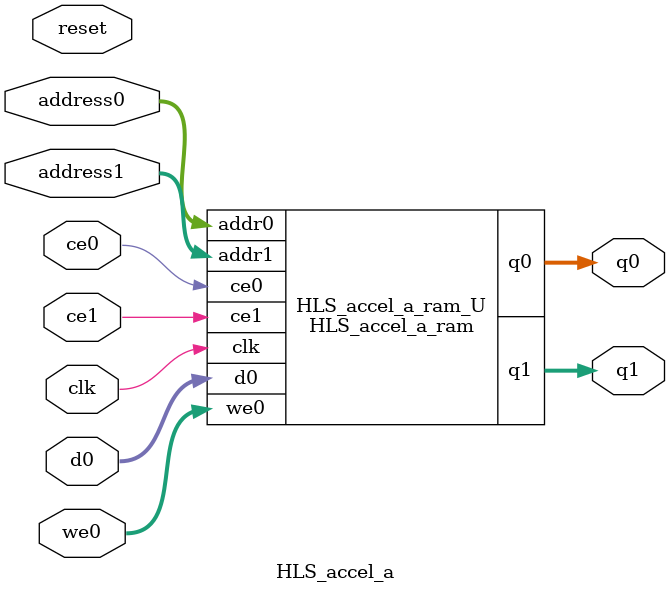
<source format=v>
`timescale 1 ns / 1 ps
module HLS_accel_a_ram (addr0, ce0, d0, we0, q0, addr1, ce1, q1,  clk);

parameter DWIDTH = 672;
parameter AWIDTH = 7;
parameter MEM_SIZE = 84;
parameter COL_WIDTH = 8;
parameter NUM_COL = (DWIDTH/COL_WIDTH);

input[AWIDTH-1:0] addr0;
input ce0;
input[DWIDTH-1:0] d0;
input [NUM_COL-1:0] we0;
output reg[DWIDTH-1:0] q0;
input[AWIDTH-1:0] addr1;
input ce1;
output reg[DWIDTH-1:0] q1;
input clk;

(* ram_style = "block" *)reg [DWIDTH-1:0] ram[0:MEM_SIZE-1];



genvar i;

generate
    for (i=0;i<NUM_COL;i=i+1) begin
        always @(posedge clk) begin
            if (ce0) begin
                if (we0[i]) begin
                    ram[addr0][i*COL_WIDTH +: COL_WIDTH] <= d0[i*COL_WIDTH +: COL_WIDTH]; 
                end
                q0[i*COL_WIDTH +: COL_WIDTH] <= ram[addr0][i*COL_WIDTH +: COL_WIDTH];
            end
        end
    end
endgenerate


generate
    for (i=0;i<NUM_COL;i=i+1) begin
        always @(posedge clk) begin
            if (ce1) begin
                q1[i*COL_WIDTH +: COL_WIDTH] <= ram[addr1][i*COL_WIDTH +: COL_WIDTH];
            end
        end
    end
endgenerate


endmodule

`timescale 1 ns / 1 ps
module HLS_accel_a(
    reset,
    clk,
    address0,
    ce0,
    we0,
    d0,
    q0,
    address1,
    ce1,
    q1);

parameter DataWidth = 32'd672;
parameter AddressRange = 32'd84;
parameter AddressWidth = 32'd7;
input reset;
input clk;
input[AddressWidth - 1:0] address0;
input ce0;
input[DataWidth/8 - 1:0] we0;
input[DataWidth - 1:0] d0;
output[DataWidth - 1:0] q0;
input[AddressWidth - 1:0] address1;
input ce1;
output[DataWidth - 1:0] q1;



HLS_accel_a_ram HLS_accel_a_ram_U(
    .clk( clk ),
    .addr0( address0 ),
    .ce0( ce0 ),
    .we0( we0 ),
    .d0( d0 ),
    .q0( q0 ),
    .addr1( address1 ),
    .ce1( ce1 ),
    .q1( q1 ));

endmodule


</source>
